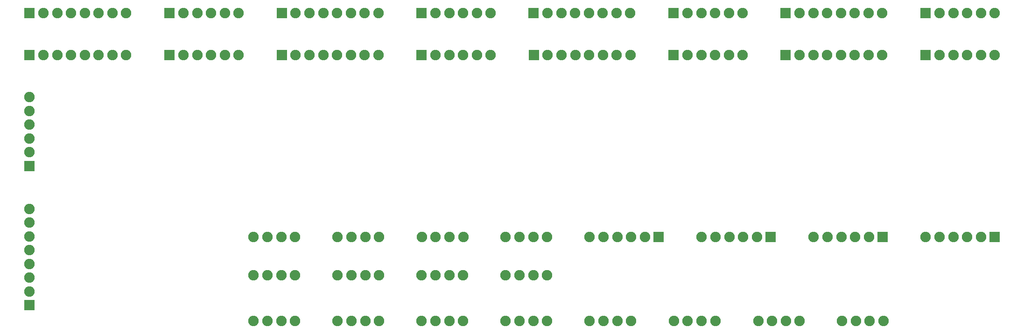
<source format=gbs>
G04 #@! TF.FileFunction,Soldermask,Bot*
%FSLAX46Y46*%
G04 Gerber Fmt 4.6, Leading zero omitted, Abs format (unit mm)*
G04 Created by KiCad (PCBNEW 4.0.7) date 01/22/18 21:40:53*
%MOMM*%
%LPD*%
G01*
G04 APERTURE LIST*
%ADD10C,0.100000*%
%ADD11R,1.900000X1.900000*%
%ADD12C,1.900000*%
G04 APERTURE END LIST*
D10*
D11*
X82042000Y-59309000D03*
D12*
X84542000Y-59309000D03*
X87042000Y-59309000D03*
X89542000Y-59309000D03*
X92042000Y-59309000D03*
X94542000Y-59309000D03*
D11*
X82042000Y-66929000D03*
D12*
X84542000Y-66929000D03*
X87042000Y-66929000D03*
X89542000Y-66929000D03*
X92042000Y-66929000D03*
X94542000Y-66929000D03*
D11*
X219202000Y-66929000D03*
D12*
X221702000Y-66929000D03*
X224202000Y-66929000D03*
X226702000Y-66929000D03*
X229202000Y-66929000D03*
X231702000Y-66929000D03*
D11*
X193802000Y-66929000D03*
D12*
X196302000Y-66929000D03*
X198802000Y-66929000D03*
X201302000Y-66929000D03*
X203802000Y-66929000D03*
X206302000Y-66929000D03*
X208802000Y-66929000D03*
X211302000Y-66929000D03*
D11*
X173482000Y-66929000D03*
D12*
X175982000Y-66929000D03*
X178482000Y-66929000D03*
X180982000Y-66929000D03*
X183482000Y-66929000D03*
X185982000Y-66929000D03*
D11*
X148122000Y-66929000D03*
D12*
X150622000Y-66929000D03*
X153122000Y-66929000D03*
X155622000Y-66929000D03*
X158122000Y-66929000D03*
X160622000Y-66929000D03*
X163122000Y-66929000D03*
X165622000Y-66929000D03*
D11*
X127762000Y-66929000D03*
D12*
X130262000Y-66929000D03*
X132762000Y-66929000D03*
X135262000Y-66929000D03*
X137762000Y-66929000D03*
X140262000Y-66929000D03*
D11*
X102402000Y-66929000D03*
D12*
X104902000Y-66929000D03*
X107402000Y-66929000D03*
X109902000Y-66929000D03*
X112402000Y-66929000D03*
X114902000Y-66929000D03*
X117402000Y-66929000D03*
X119902000Y-66929000D03*
D11*
X56642000Y-66929000D03*
D12*
X59142000Y-66929000D03*
X61642000Y-66929000D03*
X64142000Y-66929000D03*
X66642000Y-66929000D03*
X69142000Y-66929000D03*
X71642000Y-66929000D03*
X74142000Y-66929000D03*
D11*
X231702000Y-99949000D03*
D12*
X229202000Y-99949000D03*
X226702000Y-99949000D03*
X224202000Y-99949000D03*
X221702000Y-99949000D03*
X219202000Y-99949000D03*
D11*
X211382000Y-99949000D03*
D12*
X208882000Y-99949000D03*
X206382000Y-99949000D03*
X203882000Y-99949000D03*
X201382000Y-99949000D03*
X198882000Y-99949000D03*
D11*
X191062000Y-99949000D03*
D12*
X188562000Y-99949000D03*
X186062000Y-99949000D03*
X183562000Y-99949000D03*
X181062000Y-99949000D03*
X178562000Y-99949000D03*
D11*
X170742000Y-99949000D03*
D12*
X168242000Y-99949000D03*
X165742000Y-99949000D03*
X163242000Y-99949000D03*
X160742000Y-99949000D03*
X158242000Y-99949000D03*
D11*
X56642000Y-87089000D03*
D12*
X56642000Y-84589000D03*
X56642000Y-82089000D03*
X56642000Y-79589000D03*
X56642000Y-77089000D03*
X56642000Y-74589000D03*
X150502000Y-106934000D03*
X148002000Y-106934000D03*
X145502000Y-106934000D03*
X143002000Y-106934000D03*
X135262000Y-106934000D03*
X132762000Y-106934000D03*
X130262000Y-106934000D03*
X127762000Y-106934000D03*
X120022000Y-106934000D03*
X117522000Y-106934000D03*
X115022000Y-106934000D03*
X112522000Y-106934000D03*
X104782000Y-106934000D03*
X102282000Y-106934000D03*
X99782000Y-106934000D03*
X97282000Y-106934000D03*
X150502000Y-99949000D03*
X148002000Y-99949000D03*
X145502000Y-99949000D03*
X143002000Y-99949000D03*
X135302000Y-99949000D03*
X132802000Y-99949000D03*
X130302000Y-99949000D03*
X127802000Y-99949000D03*
X104782000Y-99949000D03*
X102282000Y-99949000D03*
X99782000Y-99949000D03*
X97282000Y-99949000D03*
D11*
X56642000Y-112369000D03*
D12*
X56642000Y-109869000D03*
X56642000Y-107369000D03*
X56642000Y-104869000D03*
X56642000Y-102369000D03*
X56642000Y-99869000D03*
X56642000Y-97369000D03*
X56642000Y-94869000D03*
X211542000Y-115189000D03*
X209042000Y-115189000D03*
X206542000Y-115189000D03*
X204042000Y-115189000D03*
X196342000Y-115189000D03*
X193842000Y-115189000D03*
X191342000Y-115189000D03*
X188842000Y-115189000D03*
X181022000Y-115189000D03*
X178522000Y-115189000D03*
X176022000Y-115189000D03*
X173522000Y-115189000D03*
X165742000Y-115189000D03*
X163242000Y-115189000D03*
X160742000Y-115189000D03*
X158242000Y-115189000D03*
X150502000Y-115189000D03*
X148002000Y-115189000D03*
X145502000Y-115189000D03*
X143002000Y-115189000D03*
X135262000Y-115189000D03*
X132762000Y-115189000D03*
X130262000Y-115189000D03*
X127762000Y-115189000D03*
X120022000Y-115189000D03*
X117522000Y-115189000D03*
X115022000Y-115189000D03*
X112522000Y-115189000D03*
X104782000Y-115189000D03*
X102282000Y-115189000D03*
X99782000Y-115189000D03*
X97282000Y-115189000D03*
D11*
X219202000Y-59309000D03*
D12*
X221702000Y-59309000D03*
X224202000Y-59309000D03*
X226702000Y-59309000D03*
X229202000Y-59309000D03*
X231702000Y-59309000D03*
D11*
X193802000Y-59309000D03*
D12*
X196302000Y-59309000D03*
X198802000Y-59309000D03*
X201302000Y-59309000D03*
X203802000Y-59309000D03*
X206302000Y-59309000D03*
X208802000Y-59309000D03*
X211302000Y-59309000D03*
D11*
X173482000Y-59309000D03*
D12*
X175982000Y-59309000D03*
X178482000Y-59309000D03*
X180982000Y-59309000D03*
X183482000Y-59309000D03*
X185982000Y-59309000D03*
D11*
X148082000Y-59309000D03*
D12*
X150582000Y-59309000D03*
X153082000Y-59309000D03*
X155582000Y-59309000D03*
X158082000Y-59309000D03*
X160582000Y-59309000D03*
X163082000Y-59309000D03*
X165582000Y-59309000D03*
D11*
X127762000Y-59309000D03*
D12*
X130262000Y-59309000D03*
X132762000Y-59309000D03*
X135262000Y-59309000D03*
X137762000Y-59309000D03*
X140262000Y-59309000D03*
D11*
X102402000Y-59309000D03*
D12*
X104902000Y-59309000D03*
X107402000Y-59309000D03*
X109902000Y-59309000D03*
X112402000Y-59309000D03*
X114902000Y-59309000D03*
X117402000Y-59309000D03*
X119902000Y-59309000D03*
D11*
X56642000Y-59309000D03*
D12*
X59142000Y-59309000D03*
X61642000Y-59309000D03*
X64142000Y-59309000D03*
X66642000Y-59309000D03*
X69142000Y-59309000D03*
X71642000Y-59309000D03*
X74142000Y-59309000D03*
X120022000Y-99949000D03*
X117522000Y-99949000D03*
X115022000Y-99949000D03*
X112522000Y-99949000D03*
M02*

</source>
